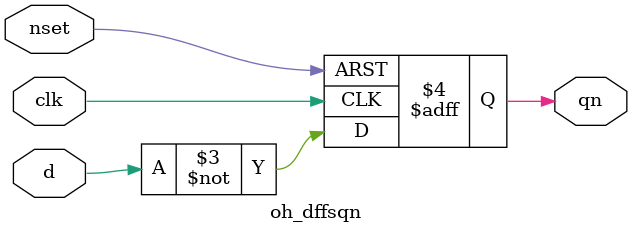
<source format=v>

module oh_dffsqn #(parameter DW = 1) // array width
   (
    input [DW-1:0] 	d,
    input [DW-1:0] 	clk,
    input [DW-1:0] 	nset,
    output reg [DW-1:0] qn
    );
   
   always @ (posedge clk or negedge nset)
     if(!nset)
       qn <= 'b0;
     else
       qn <= ~d;
   
endmodule

</source>
